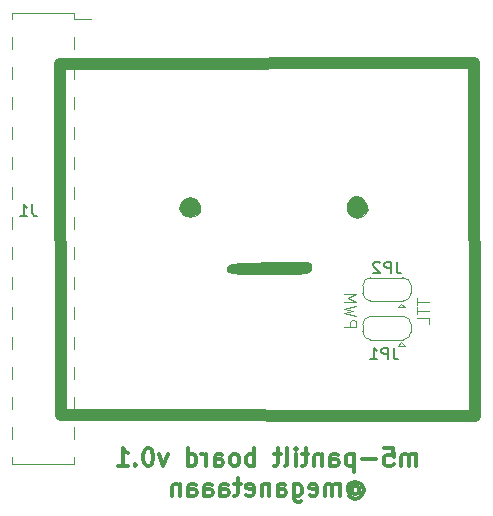
<source format=gbo>
G04 #@! TF.GenerationSoftware,KiCad,Pcbnew,5.1.5+dfsg1-2build2*
G04 #@! TF.CreationDate,2021-06-12T13:05:18+09:00*
G04 #@! TF.ProjectId,m5-pantilt,6d352d70-616e-4746-996c-742e6b696361,1*
G04 #@! TF.SameCoordinates,Original*
G04 #@! TF.FileFunction,Legend,Bot*
G04 #@! TF.FilePolarity,Positive*
%FSLAX46Y46*%
G04 Gerber Fmt 4.6, Leading zero omitted, Abs format (unit mm)*
G04 Created by KiCad (PCBNEW 5.1.5+dfsg1-2build2) date 2021-06-12 13:05:18*
%MOMM*%
%LPD*%
G04 APERTURE LIST*
%ADD10C,1.000000*%
%ADD11C,0.125000*%
%ADD12C,0.300000*%
%ADD13C,0.010000*%
%ADD14C,0.120000*%
%ADD15C,0.150000*%
G04 APERTURE END LIST*
D10*
X107670800Y-89941600D02*
X107620000Y-60223600D01*
X142773600Y-90043200D02*
X107670800Y-89941600D01*
X142672000Y-60172800D02*
X142773600Y-90043200D01*
X107620000Y-60223600D02*
X142672000Y-60172800D01*
D11*
X131704019Y-82507161D02*
X132704019Y-82507161D01*
X132704019Y-82126209D01*
X132656400Y-82030971D01*
X132608780Y-81983352D01*
X132513542Y-81935733D01*
X132370685Y-81935733D01*
X132275447Y-81983352D01*
X132227828Y-82030971D01*
X132180209Y-82126209D01*
X132180209Y-82507161D01*
X132704019Y-81602400D02*
X131704019Y-81364304D01*
X132418304Y-81173828D01*
X131704019Y-80983352D01*
X132704019Y-80745257D01*
X131704019Y-80364304D02*
X132704019Y-80364304D01*
X131989733Y-80030971D01*
X132704019Y-79697638D01*
X131704019Y-79697638D01*
X137857180Y-80081771D02*
X137857180Y-80653200D01*
X138857180Y-80367485D02*
X137857180Y-80367485D01*
X137857180Y-80843676D02*
X137857180Y-81415104D01*
X138857180Y-81129390D02*
X137857180Y-81129390D01*
X138857180Y-82224628D02*
X138857180Y-81748438D01*
X137857180Y-81748438D01*
D12*
X137803942Y-94272771D02*
X137803942Y-93272771D01*
X137803942Y-93415628D02*
X137732514Y-93344200D01*
X137589657Y-93272771D01*
X137375371Y-93272771D01*
X137232514Y-93344200D01*
X137161085Y-93487057D01*
X137161085Y-94272771D01*
X137161085Y-93487057D02*
X137089657Y-93344200D01*
X136946800Y-93272771D01*
X136732514Y-93272771D01*
X136589657Y-93344200D01*
X136518228Y-93487057D01*
X136518228Y-94272771D01*
X135089657Y-92772771D02*
X135803942Y-92772771D01*
X135875371Y-93487057D01*
X135803942Y-93415628D01*
X135661085Y-93344200D01*
X135303942Y-93344200D01*
X135161085Y-93415628D01*
X135089657Y-93487057D01*
X135018228Y-93629914D01*
X135018228Y-93987057D01*
X135089657Y-94129914D01*
X135161085Y-94201342D01*
X135303942Y-94272771D01*
X135661085Y-94272771D01*
X135803942Y-94201342D01*
X135875371Y-94129914D01*
X134375371Y-93701342D02*
X133232514Y-93701342D01*
X132518228Y-93272771D02*
X132518228Y-94772771D01*
X132518228Y-93344200D02*
X132375371Y-93272771D01*
X132089657Y-93272771D01*
X131946800Y-93344200D01*
X131875371Y-93415628D01*
X131803942Y-93558485D01*
X131803942Y-93987057D01*
X131875371Y-94129914D01*
X131946800Y-94201342D01*
X132089657Y-94272771D01*
X132375371Y-94272771D01*
X132518228Y-94201342D01*
X130518228Y-94272771D02*
X130518228Y-93487057D01*
X130589657Y-93344200D01*
X130732514Y-93272771D01*
X131018228Y-93272771D01*
X131161085Y-93344200D01*
X130518228Y-94201342D02*
X130661085Y-94272771D01*
X131018228Y-94272771D01*
X131161085Y-94201342D01*
X131232514Y-94058485D01*
X131232514Y-93915628D01*
X131161085Y-93772771D01*
X131018228Y-93701342D01*
X130661085Y-93701342D01*
X130518228Y-93629914D01*
X129803942Y-93272771D02*
X129803942Y-94272771D01*
X129803942Y-93415628D02*
X129732514Y-93344200D01*
X129589657Y-93272771D01*
X129375371Y-93272771D01*
X129232514Y-93344200D01*
X129161085Y-93487057D01*
X129161085Y-94272771D01*
X128661085Y-93272771D02*
X128089657Y-93272771D01*
X128446800Y-92772771D02*
X128446800Y-94058485D01*
X128375371Y-94201342D01*
X128232514Y-94272771D01*
X128089657Y-94272771D01*
X127589657Y-94272771D02*
X127589657Y-93272771D01*
X127589657Y-92772771D02*
X127661085Y-92844200D01*
X127589657Y-92915628D01*
X127518228Y-92844200D01*
X127589657Y-92772771D01*
X127589657Y-92915628D01*
X126661085Y-94272771D02*
X126803942Y-94201342D01*
X126875371Y-94058485D01*
X126875371Y-92772771D01*
X126303942Y-93272771D02*
X125732514Y-93272771D01*
X126089657Y-92772771D02*
X126089657Y-94058485D01*
X126018228Y-94201342D01*
X125875371Y-94272771D01*
X125732514Y-94272771D01*
X124089657Y-94272771D02*
X124089657Y-92772771D01*
X124089657Y-93344200D02*
X123946800Y-93272771D01*
X123661085Y-93272771D01*
X123518228Y-93344200D01*
X123446800Y-93415628D01*
X123375371Y-93558485D01*
X123375371Y-93987057D01*
X123446800Y-94129914D01*
X123518228Y-94201342D01*
X123661085Y-94272771D01*
X123946800Y-94272771D01*
X124089657Y-94201342D01*
X122518228Y-94272771D02*
X122661085Y-94201342D01*
X122732514Y-94129914D01*
X122803942Y-93987057D01*
X122803942Y-93558485D01*
X122732514Y-93415628D01*
X122661085Y-93344200D01*
X122518228Y-93272771D01*
X122303942Y-93272771D01*
X122161085Y-93344200D01*
X122089657Y-93415628D01*
X122018228Y-93558485D01*
X122018228Y-93987057D01*
X122089657Y-94129914D01*
X122161085Y-94201342D01*
X122303942Y-94272771D01*
X122518228Y-94272771D01*
X120732514Y-94272771D02*
X120732514Y-93487057D01*
X120803942Y-93344200D01*
X120946800Y-93272771D01*
X121232514Y-93272771D01*
X121375371Y-93344200D01*
X120732514Y-94201342D02*
X120875371Y-94272771D01*
X121232514Y-94272771D01*
X121375371Y-94201342D01*
X121446800Y-94058485D01*
X121446800Y-93915628D01*
X121375371Y-93772771D01*
X121232514Y-93701342D01*
X120875371Y-93701342D01*
X120732514Y-93629914D01*
X120018228Y-94272771D02*
X120018228Y-93272771D01*
X120018228Y-93558485D02*
X119946800Y-93415628D01*
X119875371Y-93344200D01*
X119732514Y-93272771D01*
X119589657Y-93272771D01*
X118446800Y-94272771D02*
X118446800Y-92772771D01*
X118446800Y-94201342D02*
X118589657Y-94272771D01*
X118875371Y-94272771D01*
X119018228Y-94201342D01*
X119089657Y-94129914D01*
X119161085Y-93987057D01*
X119161085Y-93558485D01*
X119089657Y-93415628D01*
X119018228Y-93344200D01*
X118875371Y-93272771D01*
X118589657Y-93272771D01*
X118446800Y-93344200D01*
X116732514Y-93272771D02*
X116375371Y-94272771D01*
X116018228Y-93272771D01*
X115161085Y-92772771D02*
X115018228Y-92772771D01*
X114875371Y-92844200D01*
X114803942Y-92915628D01*
X114732514Y-93058485D01*
X114661085Y-93344200D01*
X114661085Y-93701342D01*
X114732514Y-93987057D01*
X114803942Y-94129914D01*
X114875371Y-94201342D01*
X115018228Y-94272771D01*
X115161085Y-94272771D01*
X115303942Y-94201342D01*
X115375371Y-94129914D01*
X115446800Y-93987057D01*
X115518228Y-93701342D01*
X115518228Y-93344200D01*
X115446800Y-93058485D01*
X115375371Y-92915628D01*
X115303942Y-92844200D01*
X115161085Y-92772771D01*
X114018228Y-94129914D02*
X113946800Y-94201342D01*
X114018228Y-94272771D01*
X114089657Y-94201342D01*
X114018228Y-94129914D01*
X114018228Y-94272771D01*
X112518228Y-94272771D02*
X113375371Y-94272771D01*
X112946800Y-94272771D02*
X112946800Y-92772771D01*
X113089657Y-92987057D01*
X113232514Y-93129914D01*
X113375371Y-93201342D01*
X132339657Y-96108485D02*
X132411085Y-96037057D01*
X132553942Y-95965628D01*
X132696800Y-95965628D01*
X132839657Y-96037057D01*
X132911085Y-96108485D01*
X132982514Y-96251342D01*
X132982514Y-96394200D01*
X132911085Y-96537057D01*
X132839657Y-96608485D01*
X132696800Y-96679914D01*
X132553942Y-96679914D01*
X132411085Y-96608485D01*
X132339657Y-96537057D01*
X132339657Y-95965628D02*
X132339657Y-96537057D01*
X132268228Y-96608485D01*
X132196800Y-96608485D01*
X132053942Y-96537057D01*
X131982514Y-96394200D01*
X131982514Y-96037057D01*
X132125371Y-95822771D01*
X132339657Y-95679914D01*
X132625371Y-95608485D01*
X132911085Y-95679914D01*
X133125371Y-95822771D01*
X133268228Y-96037057D01*
X133339657Y-96322771D01*
X133268228Y-96608485D01*
X133125371Y-96822771D01*
X132911085Y-96965628D01*
X132625371Y-97037057D01*
X132339657Y-96965628D01*
X132125371Y-96822771D01*
X131339657Y-96822771D02*
X131339657Y-95822771D01*
X131339657Y-95965628D02*
X131268228Y-95894200D01*
X131125371Y-95822771D01*
X130911085Y-95822771D01*
X130768228Y-95894200D01*
X130696800Y-96037057D01*
X130696800Y-96822771D01*
X130696800Y-96037057D02*
X130625371Y-95894200D01*
X130482514Y-95822771D01*
X130268228Y-95822771D01*
X130125371Y-95894200D01*
X130053942Y-96037057D01*
X130053942Y-96822771D01*
X128768228Y-96751342D02*
X128911085Y-96822771D01*
X129196800Y-96822771D01*
X129339657Y-96751342D01*
X129411085Y-96608485D01*
X129411085Y-96037057D01*
X129339657Y-95894200D01*
X129196800Y-95822771D01*
X128911085Y-95822771D01*
X128768228Y-95894200D01*
X128696800Y-96037057D01*
X128696800Y-96179914D01*
X129411085Y-96322771D01*
X127411085Y-95822771D02*
X127411085Y-97037057D01*
X127482514Y-97179914D01*
X127553942Y-97251342D01*
X127696800Y-97322771D01*
X127911085Y-97322771D01*
X128053942Y-97251342D01*
X127411085Y-96751342D02*
X127553942Y-96822771D01*
X127839657Y-96822771D01*
X127982514Y-96751342D01*
X128053942Y-96679914D01*
X128125371Y-96537057D01*
X128125371Y-96108485D01*
X128053942Y-95965628D01*
X127982514Y-95894200D01*
X127839657Y-95822771D01*
X127553942Y-95822771D01*
X127411085Y-95894200D01*
X126053942Y-96822771D02*
X126053942Y-96037057D01*
X126125371Y-95894200D01*
X126268228Y-95822771D01*
X126553942Y-95822771D01*
X126696800Y-95894200D01*
X126053942Y-96751342D02*
X126196800Y-96822771D01*
X126553942Y-96822771D01*
X126696800Y-96751342D01*
X126768228Y-96608485D01*
X126768228Y-96465628D01*
X126696800Y-96322771D01*
X126553942Y-96251342D01*
X126196800Y-96251342D01*
X126053942Y-96179914D01*
X125339657Y-95822771D02*
X125339657Y-96822771D01*
X125339657Y-95965628D02*
X125268228Y-95894200D01*
X125125371Y-95822771D01*
X124911085Y-95822771D01*
X124768228Y-95894200D01*
X124696800Y-96037057D01*
X124696800Y-96822771D01*
X123411085Y-96751342D02*
X123553942Y-96822771D01*
X123839657Y-96822771D01*
X123982514Y-96751342D01*
X124053942Y-96608485D01*
X124053942Y-96037057D01*
X123982514Y-95894200D01*
X123839657Y-95822771D01*
X123553942Y-95822771D01*
X123411085Y-95894200D01*
X123339657Y-96037057D01*
X123339657Y-96179914D01*
X124053942Y-96322771D01*
X122911085Y-95822771D02*
X122339657Y-95822771D01*
X122696800Y-95322771D02*
X122696800Y-96608485D01*
X122625371Y-96751342D01*
X122482514Y-96822771D01*
X122339657Y-96822771D01*
X121196800Y-96822771D02*
X121196800Y-96037057D01*
X121268228Y-95894200D01*
X121411085Y-95822771D01*
X121696800Y-95822771D01*
X121839657Y-95894200D01*
X121196800Y-96751342D02*
X121339657Y-96822771D01*
X121696800Y-96822771D01*
X121839657Y-96751342D01*
X121911085Y-96608485D01*
X121911085Y-96465628D01*
X121839657Y-96322771D01*
X121696800Y-96251342D01*
X121339657Y-96251342D01*
X121196800Y-96179914D01*
X119839657Y-96822771D02*
X119839657Y-96037057D01*
X119911085Y-95894200D01*
X120053942Y-95822771D01*
X120339657Y-95822771D01*
X120482514Y-95894200D01*
X119839657Y-96751342D02*
X119982514Y-96822771D01*
X120339657Y-96822771D01*
X120482514Y-96751342D01*
X120553942Y-96608485D01*
X120553942Y-96465628D01*
X120482514Y-96322771D01*
X120339657Y-96251342D01*
X119982514Y-96251342D01*
X119839657Y-96179914D01*
X118482514Y-96822771D02*
X118482514Y-96037057D01*
X118553942Y-95894200D01*
X118696800Y-95822771D01*
X118982514Y-95822771D01*
X119125371Y-95894200D01*
X118482514Y-96751342D02*
X118625371Y-96822771D01*
X118982514Y-96822771D01*
X119125371Y-96751342D01*
X119196800Y-96608485D01*
X119196800Y-96465628D01*
X119125371Y-96322771D01*
X118982514Y-96251342D01*
X118625371Y-96251342D01*
X118482514Y-96179914D01*
X117768228Y-95822771D02*
X117768228Y-96822771D01*
X117768228Y-95965628D02*
X117696800Y-95894200D01*
X117553942Y-95822771D01*
X117339657Y-95822771D01*
X117196800Y-95894200D01*
X117125371Y-96037057D01*
X117125371Y-96822771D01*
D13*
G36*
X125464797Y-77012686D02*
G01*
X125373890Y-77014597D01*
X123923781Y-77052403D01*
X122923717Y-77102453D01*
X122289007Y-77177408D01*
X121934958Y-77289927D01*
X121776879Y-77452672D01*
X121744812Y-77557094D01*
X121750636Y-77745167D01*
X121906180Y-77875074D01*
X122291558Y-77957406D01*
X122986885Y-78002754D01*
X124072278Y-78021710D01*
X125284143Y-78024989D01*
X126738653Y-78020964D01*
X127741948Y-78000565D01*
X128377533Y-77951311D01*
X128728916Y-77860717D01*
X128879603Y-77716301D01*
X128913101Y-77505579D01*
X128913221Y-77482492D01*
X128887922Y-77263412D01*
X128755633Y-77115554D01*
X128431764Y-77027735D01*
X127831728Y-76988773D01*
X126870936Y-76987484D01*
X125464797Y-77012686D01*
G37*
X125464797Y-77012686D02*
X125373890Y-77014597D01*
X123923781Y-77052403D01*
X122923717Y-77102453D01*
X122289007Y-77177408D01*
X121934958Y-77289927D01*
X121776879Y-77452672D01*
X121744812Y-77557094D01*
X121750636Y-77745167D01*
X121906180Y-77875074D01*
X122291558Y-77957406D01*
X122986885Y-78002754D01*
X124072278Y-78021710D01*
X125284143Y-78024989D01*
X126738653Y-78020964D01*
X127741948Y-78000565D01*
X128377533Y-77951311D01*
X128728916Y-77860717D01*
X128879603Y-77716301D01*
X128913101Y-77505579D01*
X128913221Y-77482492D01*
X128887922Y-77263412D01*
X128755633Y-77115554D01*
X128431764Y-77027735D01*
X127831728Y-76988773D01*
X126870936Y-76987484D01*
X125464797Y-77012686D01*
G36*
X132277738Y-71589547D02*
G01*
X131914605Y-72132104D01*
X131933362Y-72694573D01*
X132239118Y-73137436D01*
X132736981Y-73321172D01*
X133316939Y-73117483D01*
X133661645Y-72592955D01*
X133574801Y-71980693D01*
X133146685Y-71518625D01*
X132620489Y-71396637D01*
X132277738Y-71589547D01*
G37*
X132277738Y-71589547D02*
X131914605Y-72132104D01*
X131933362Y-72694573D01*
X132239118Y-73137436D01*
X132736981Y-73321172D01*
X133316939Y-73117483D01*
X133661645Y-72592955D01*
X133574801Y-71980693D01*
X133146685Y-71518625D01*
X132620489Y-71396637D01*
X132277738Y-71589547D01*
G36*
X118130009Y-71633164D02*
G01*
X117870862Y-71906016D01*
X117710943Y-72538370D01*
X117997754Y-73024905D01*
X118619537Y-73212357D01*
X119211704Y-73055476D01*
X119472584Y-72774963D01*
X119497827Y-72161358D01*
X119173307Y-71707297D01*
X118662782Y-71501619D01*
X118130009Y-71633164D01*
G37*
X118130009Y-71633164D02*
X117870862Y-71906016D01*
X117710943Y-72538370D01*
X117997754Y-73024905D01*
X118619537Y-73212357D01*
X119211704Y-73055476D01*
X119472584Y-72774963D01*
X119497827Y-72161358D01*
X119173307Y-71707297D01*
X118662782Y-71501619D01*
X118130009Y-71633164D01*
D14*
X103600000Y-91000000D02*
X103600000Y-92020000D01*
X108800000Y-91000000D02*
X108800000Y-92020000D01*
X103600000Y-88460000D02*
X103600000Y-89480000D01*
X108800000Y-88460000D02*
X108800000Y-89480000D01*
X103600000Y-85920000D02*
X103600000Y-86940000D01*
X108800000Y-85920000D02*
X108800000Y-86940000D01*
X103600000Y-83380000D02*
X103600000Y-84400000D01*
X108800000Y-83380000D02*
X108800000Y-84400000D01*
X103600000Y-80840000D02*
X103600000Y-81860000D01*
X108800000Y-80840000D02*
X108800000Y-81860000D01*
X103600000Y-78300000D02*
X103600000Y-79320000D01*
X108800000Y-78300000D02*
X108800000Y-79320000D01*
X103600000Y-75760000D02*
X103600000Y-76780000D01*
X108800000Y-75760000D02*
X108800000Y-76780000D01*
X103600000Y-73220000D02*
X103600000Y-74240000D01*
X108800000Y-73220000D02*
X108800000Y-74240000D01*
X103600000Y-70680000D02*
X103600000Y-71700000D01*
X108800000Y-70680000D02*
X108800000Y-71700000D01*
X103600000Y-68140000D02*
X103600000Y-69160000D01*
X108800000Y-68140000D02*
X108800000Y-69160000D01*
X103600000Y-65600000D02*
X103600000Y-66620000D01*
X108800000Y-65600000D02*
X108800000Y-66620000D01*
X103600000Y-63060000D02*
X103600000Y-64080000D01*
X108800000Y-63060000D02*
X108800000Y-64080000D01*
X103600000Y-60520000D02*
X103600000Y-61540000D01*
X108800000Y-60520000D02*
X108800000Y-61540000D01*
X103600000Y-57980000D02*
X103600000Y-59000000D01*
X108800000Y-57980000D02*
X108800000Y-59000000D01*
X103600000Y-93540000D02*
X103600000Y-94110000D01*
X108800000Y-93540000D02*
X108800000Y-94110000D01*
X103600000Y-55890000D02*
X103600000Y-56460000D01*
X108800000Y-55890000D02*
X108800000Y-56460000D01*
X110240000Y-56460000D02*
X108800000Y-56460000D01*
X108800000Y-94110000D02*
X103600000Y-94110000D01*
X108800000Y-55890000D02*
X103600000Y-55890000D01*
X136506000Y-83801000D02*
X136206000Y-84101000D01*
X136806000Y-84101000D02*
X136206000Y-84101000D01*
X136506000Y-83801000D02*
X136806000Y-84101000D01*
X137356000Y-82901000D02*
X137356000Y-82301000D01*
X133906000Y-83601000D02*
X136706000Y-83601000D01*
X133256000Y-82301000D02*
X133256000Y-82901000D01*
X136706000Y-81601000D02*
X133906000Y-81601000D01*
X133956000Y-81601000D02*
G75*
G03X133256000Y-82301000I0J-700000D01*
G01*
X133256000Y-82901000D02*
G75*
G03X133956000Y-83601000I700000J0D01*
G01*
X136656000Y-83601000D02*
G75*
G03X137356000Y-82901000I0J700000D01*
G01*
X137356000Y-82301000D02*
G75*
G03X136656000Y-81601000I-700000J0D01*
G01*
X137356000Y-79024400D02*
G75*
G03X136656000Y-78324400I-700000J0D01*
G01*
X136656000Y-80324400D02*
G75*
G03X137356000Y-79624400I0J700000D01*
G01*
X133256000Y-79624400D02*
G75*
G03X133956000Y-80324400I700000J0D01*
G01*
X133956000Y-78324400D02*
G75*
G03X133256000Y-79024400I0J-700000D01*
G01*
X136706000Y-78324400D02*
X133906000Y-78324400D01*
X133256000Y-79024400D02*
X133256000Y-79624400D01*
X133906000Y-80324400D02*
X136706000Y-80324400D01*
X137356000Y-79624400D02*
X137356000Y-79024400D01*
X136506000Y-80524400D02*
X136806000Y-80824400D01*
X136806000Y-80824400D02*
X136206000Y-80824400D01*
X136506000Y-80524400D02*
X136206000Y-80824400D01*
D15*
X105263333Y-72122380D02*
X105263333Y-72836666D01*
X105310952Y-72979523D01*
X105406190Y-73074761D01*
X105549047Y-73122380D01*
X105644285Y-73122380D01*
X104263333Y-73122380D02*
X104834761Y-73122380D01*
X104549047Y-73122380D02*
X104549047Y-72122380D01*
X104644285Y-72265238D01*
X104739523Y-72360476D01*
X104834761Y-72408095D01*
X135885333Y-84263180D02*
X135885333Y-84977466D01*
X135932952Y-85120323D01*
X136028190Y-85215561D01*
X136171047Y-85263180D01*
X136266285Y-85263180D01*
X135409142Y-85263180D02*
X135409142Y-84263180D01*
X135028190Y-84263180D01*
X134932952Y-84310800D01*
X134885333Y-84358419D01*
X134837714Y-84453657D01*
X134837714Y-84596514D01*
X134885333Y-84691752D01*
X134932952Y-84739371D01*
X135028190Y-84786990D01*
X135409142Y-84786990D01*
X133885333Y-85263180D02*
X134456761Y-85263180D01*
X134171047Y-85263180D02*
X134171047Y-84263180D01*
X134266285Y-84406038D01*
X134361523Y-84501276D01*
X134456761Y-84548895D01*
X136139333Y-76976780D02*
X136139333Y-77691066D01*
X136186952Y-77833923D01*
X136282190Y-77929161D01*
X136425047Y-77976780D01*
X136520285Y-77976780D01*
X135663142Y-77976780D02*
X135663142Y-76976780D01*
X135282190Y-76976780D01*
X135186952Y-77024400D01*
X135139333Y-77072019D01*
X135091714Y-77167257D01*
X135091714Y-77310114D01*
X135139333Y-77405352D01*
X135186952Y-77452971D01*
X135282190Y-77500590D01*
X135663142Y-77500590D01*
X134710761Y-77072019D02*
X134663142Y-77024400D01*
X134567904Y-76976780D01*
X134329809Y-76976780D01*
X134234571Y-77024400D01*
X134186952Y-77072019D01*
X134139333Y-77167257D01*
X134139333Y-77262495D01*
X134186952Y-77405352D01*
X134758380Y-77976780D01*
X134139333Y-77976780D01*
M02*

</source>
